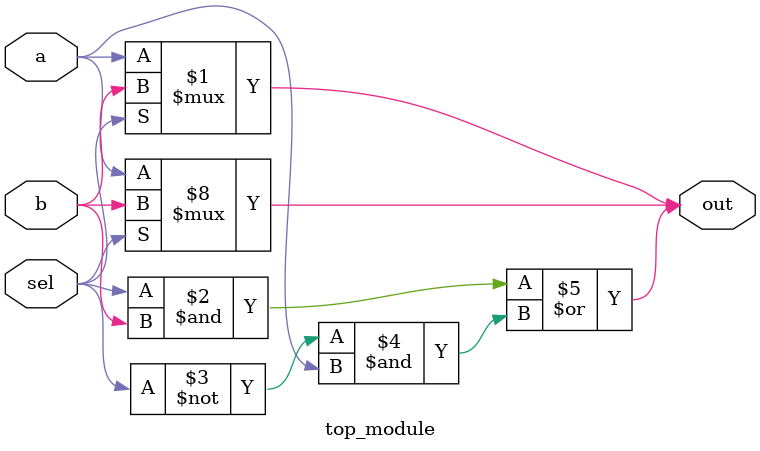
<source format=v>
module top_module( 
    input a, b, sel,
    output out ); 

    // 寫法一
    assign out = sel ? b : a;
    
    // 寫法二
    assign out = (sel & b) | (~sel & a);	// Mux expressed as AND and OR

    // 寫法三
    always @(*) begin
        if(sel)
            out = b;
        else
            out = a;
    end

endmodule

</source>
